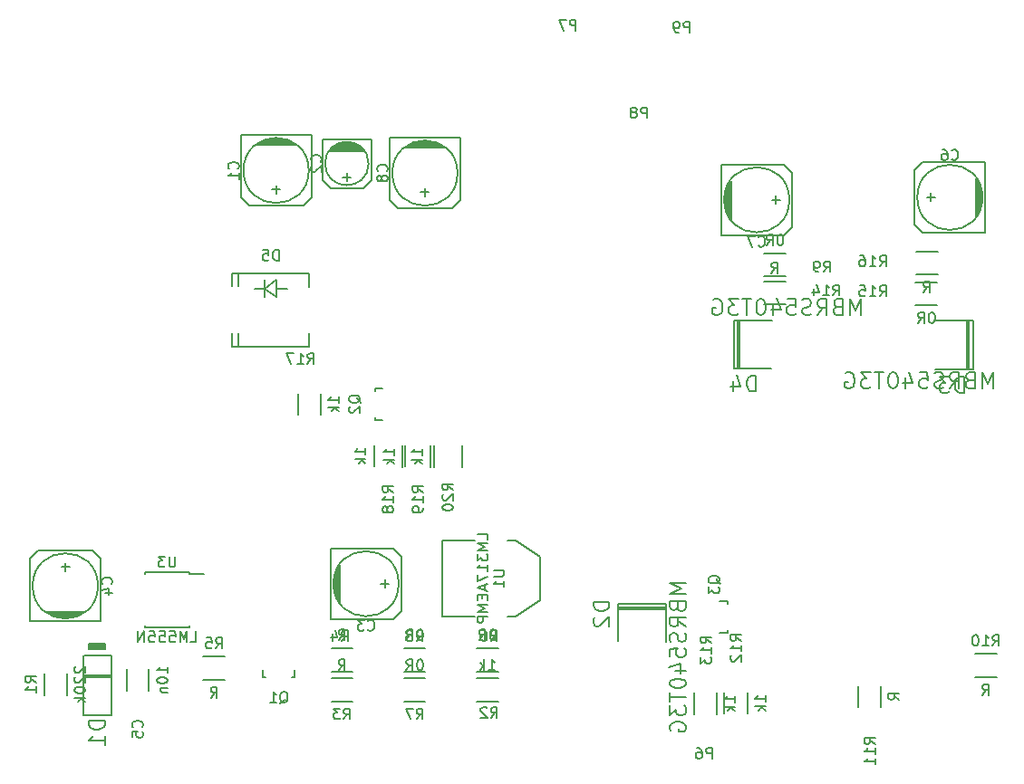
<source format=gbo>
G04 #@! TF.FileFunction,Legend,Bot*
%FSLAX46Y46*%
G04 Gerber Fmt 4.6, Leading zero omitted, Abs format (unit mm)*
G04 Created by KiCad (PCBNEW 4.0.1-stable) date 21.5.2016. 23:44:44*
%MOMM*%
G01*
G04 APERTURE LIST*
%ADD10C,0.100000*%
%ADD11C,0.150000*%
G04 APERTURE END LIST*
D10*
D11*
X101338000Y-70429000D02*
X102862000Y-70429000D01*
X103243000Y-70556000D02*
X100957000Y-70556000D01*
X100703000Y-70683000D02*
X103497000Y-70683000D01*
X103751000Y-70810000D02*
X100449000Y-70810000D01*
X100322000Y-70937000D02*
X103878000Y-70937000D01*
X105148000Y-73350000D02*
G75*
G03X105148000Y-73350000I-3048000J0D01*
G01*
X98798000Y-70048000D02*
X105402000Y-70048000D01*
X105402000Y-70048000D02*
X105402000Y-75890000D01*
X105402000Y-75890000D02*
X104640000Y-76652000D01*
X104640000Y-76652000D02*
X99560000Y-76652000D01*
X99560000Y-76652000D02*
X98798000Y-75890000D01*
X98798000Y-75890000D02*
X98798000Y-70048000D01*
X102100000Y-75509000D02*
X102100000Y-74747000D01*
X101719000Y-75128000D02*
X102481000Y-75128000D01*
X108700000Y-74351000D02*
X108700000Y-73589000D01*
X108319000Y-73970000D02*
X109081000Y-73970000D01*
X110986000Y-74224000D02*
X110986000Y-70414000D01*
X107176000Y-74986000D02*
X110224000Y-74986000D01*
X110986000Y-74224000D02*
X110224000Y-74986000D01*
X106414000Y-74224000D02*
X106414000Y-70414000D01*
X106414000Y-74224000D02*
X107176000Y-74986000D01*
X108827000Y-70668000D02*
X108573000Y-70668000D01*
X108065000Y-70795000D02*
X109335000Y-70795000D01*
X109589000Y-70922000D02*
X107811000Y-70922000D01*
X109843000Y-71049000D02*
X107557000Y-71049000D01*
X107430000Y-71176000D02*
X109970000Y-71176000D01*
X110097000Y-71303000D02*
X107303000Y-71303000D01*
X107176000Y-71430000D02*
X110224000Y-71430000D01*
X107049000Y-71557000D02*
X110351000Y-71557000D01*
X110732000Y-72700000D02*
G75*
G03X110732000Y-72700000I-2032000J0D01*
G01*
X106414000Y-70414000D02*
X110986000Y-70414000D01*
X107579000Y-112762000D02*
X107579000Y-111238000D01*
X107706000Y-110857000D02*
X107706000Y-113143000D01*
X107833000Y-113397000D02*
X107833000Y-110603000D01*
X107960000Y-110349000D02*
X107960000Y-113651000D01*
X108087000Y-113778000D02*
X108087000Y-110222000D01*
X113548000Y-112000000D02*
G75*
G03X113548000Y-112000000I-3048000J0D01*
G01*
X107198000Y-115302000D02*
X107198000Y-108698000D01*
X107198000Y-108698000D02*
X113040000Y-108698000D01*
X113040000Y-108698000D02*
X113802000Y-109460000D01*
X113802000Y-109460000D02*
X113802000Y-114540000D01*
X113802000Y-114540000D02*
X113040000Y-115302000D01*
X113040000Y-115302000D02*
X107198000Y-115302000D01*
X112659000Y-112000000D02*
X111897000Y-112000000D01*
X112278000Y-112381000D02*
X112278000Y-111619000D01*
X83162000Y-115121000D02*
X81638000Y-115121000D01*
X81257000Y-114994000D02*
X83543000Y-114994000D01*
X83797000Y-114867000D02*
X81003000Y-114867000D01*
X80749000Y-114740000D02*
X84051000Y-114740000D01*
X84178000Y-114613000D02*
X80622000Y-114613000D01*
X85448000Y-112200000D02*
G75*
G03X85448000Y-112200000I-3048000J0D01*
G01*
X85702000Y-115502000D02*
X79098000Y-115502000D01*
X79098000Y-115502000D02*
X79098000Y-109660000D01*
X79098000Y-109660000D02*
X79860000Y-108898000D01*
X79860000Y-108898000D02*
X84940000Y-108898000D01*
X84940000Y-108898000D02*
X85702000Y-109660000D01*
X85702000Y-109660000D02*
X85702000Y-115502000D01*
X82400000Y-110041000D02*
X82400000Y-110803000D01*
X82781000Y-110422000D02*
X82019000Y-110422000D01*
X88175000Y-122000000D02*
X88175000Y-120000000D01*
X90225000Y-120000000D02*
X90225000Y-122000000D01*
X167968770Y-75106142D02*
X167968770Y-76630142D01*
X167841770Y-77011142D02*
X167841770Y-74725142D01*
X167714770Y-74471142D02*
X167714770Y-77265142D01*
X167587770Y-77519142D02*
X167587770Y-74217142D01*
X167460770Y-74090142D02*
X167460770Y-77646142D01*
X168095770Y-75868142D02*
G75*
G03X168095770Y-75868142I-3048000J0D01*
G01*
X168349770Y-72566142D02*
X168349770Y-79170142D01*
X168349770Y-79170142D02*
X162507770Y-79170142D01*
X162507770Y-79170142D02*
X161745770Y-78408142D01*
X161745770Y-78408142D02*
X161745770Y-73328142D01*
X161745770Y-73328142D02*
X162507770Y-72566142D01*
X162507770Y-72566142D02*
X168349770Y-72566142D01*
X162888770Y-75868142D02*
X163650770Y-75868142D01*
X163269770Y-75487142D02*
X163269770Y-76249142D01*
X144079000Y-76862000D02*
X144079000Y-75338000D01*
X144206000Y-74957000D02*
X144206000Y-77243000D01*
X144333000Y-77497000D02*
X144333000Y-74703000D01*
X144460000Y-74449000D02*
X144460000Y-77751000D01*
X144587000Y-77878000D02*
X144587000Y-74322000D01*
X150048000Y-76100000D02*
G75*
G03X150048000Y-76100000I-3048000J0D01*
G01*
X143698000Y-79402000D02*
X143698000Y-72798000D01*
X143698000Y-72798000D02*
X149540000Y-72798000D01*
X149540000Y-72798000D02*
X150302000Y-73560000D01*
X150302000Y-73560000D02*
X150302000Y-78640000D01*
X150302000Y-78640000D02*
X149540000Y-79402000D01*
X149540000Y-79402000D02*
X143698000Y-79402000D01*
X149159000Y-76100000D02*
X148397000Y-76100000D01*
X148778000Y-76481000D02*
X148778000Y-75719000D01*
X115238000Y-70679000D02*
X116762000Y-70679000D01*
X117143000Y-70806000D02*
X114857000Y-70806000D01*
X114603000Y-70933000D02*
X117397000Y-70933000D01*
X117651000Y-71060000D02*
X114349000Y-71060000D01*
X114222000Y-71187000D02*
X117778000Y-71187000D01*
X119048000Y-73600000D02*
G75*
G03X119048000Y-73600000I-3048000J0D01*
G01*
X112698000Y-70298000D02*
X119302000Y-70298000D01*
X119302000Y-70298000D02*
X119302000Y-76140000D01*
X119302000Y-76140000D02*
X118540000Y-76902000D01*
X118540000Y-76902000D02*
X113460000Y-76902000D01*
X113460000Y-76902000D02*
X112698000Y-76140000D01*
X112698000Y-76140000D02*
X112698000Y-70298000D01*
X116000000Y-75759000D02*
X116000000Y-74997000D01*
X115619000Y-75378000D02*
X116381000Y-75378000D01*
X84600000Y-117600000D02*
X86100000Y-117600000D01*
X86100000Y-117600000D02*
X86100000Y-118100000D01*
X86100000Y-118100000D02*
X84600000Y-118100000D01*
X84600000Y-118100000D02*
X84600000Y-117700000D01*
X84600000Y-117700000D02*
X86100000Y-117700000D01*
X86100000Y-117700000D02*
X86100000Y-117800000D01*
X86100000Y-117800000D02*
X84600000Y-117800000D01*
X84600000Y-117800000D02*
X84600000Y-117900000D01*
X84600000Y-117900000D02*
X86100000Y-117900000D01*
X86100000Y-117900000D02*
X86100000Y-118000000D01*
X86100000Y-118000000D02*
X84600000Y-118000000D01*
X84100000Y-120600000D02*
X86700000Y-120600000D01*
X86700000Y-120600000D02*
X86700000Y-120700000D01*
X86700000Y-120700000D02*
X84100000Y-120700000D01*
X84200000Y-118700000D02*
X86700000Y-118700000D01*
X86700000Y-118700000D02*
X86700000Y-124300000D01*
X86700000Y-124300000D02*
X84100000Y-124300000D01*
X84100000Y-124300000D02*
X84100000Y-118700000D01*
X138500000Y-114400000D02*
X134100000Y-114400000D01*
X134050000Y-114250000D02*
X138500000Y-114250000D01*
X138550000Y-117400000D02*
X138550000Y-113850000D01*
X138550000Y-113850000D02*
X134050000Y-113850000D01*
X134050000Y-113850000D02*
X134050000Y-117350000D01*
X166647770Y-91868142D02*
X166647770Y-87468142D01*
X166797770Y-87418142D02*
X166797770Y-91868142D01*
X163647770Y-91918142D02*
X167197770Y-91918142D01*
X167197770Y-91918142D02*
X167197770Y-87418142D01*
X167197770Y-87418142D02*
X163697770Y-87418142D01*
X145400000Y-87400000D02*
X145400000Y-91800000D01*
X145250000Y-91850000D02*
X145250000Y-87400000D01*
X148400000Y-87350000D02*
X144850000Y-87350000D01*
X144850000Y-87350000D02*
X144850000Y-91850000D01*
X144850000Y-91850000D02*
X148350000Y-91850000D01*
X101000560Y-84401020D02*
X100098860Y-84401020D01*
X102151180Y-84401020D02*
X103149400Y-84401020D01*
X98549460Y-89801060D02*
X98549460Y-88599640D01*
X98549460Y-82998940D02*
X98549460Y-84200360D01*
X98000820Y-89801060D02*
X98000820Y-88599640D01*
X98000820Y-82998940D02*
X98000820Y-84200360D01*
X105199180Y-89801060D02*
X105199180Y-88548840D01*
X105199180Y-82998940D02*
X105199180Y-84251160D01*
X101000560Y-83600920D02*
X101000560Y-85201120D01*
X102151180Y-85150320D02*
X102151180Y-83600920D01*
X101000560Y-84401020D02*
X102151180Y-85150320D01*
X101000560Y-84401020D02*
X102151180Y-83600920D01*
X105199180Y-89801060D02*
X98000820Y-89801060D01*
X105199180Y-82998940D02*
X98000820Y-82998940D01*
X103649160Y-120751000D02*
X103600900Y-120751000D01*
X100850180Y-120049960D02*
X100850180Y-120751000D01*
X100850180Y-120751000D02*
X101099100Y-120751000D01*
X103649160Y-120751000D02*
X103849820Y-120751000D01*
X103849820Y-120751000D02*
X103849820Y-120049960D01*
X111349760Y-96499160D02*
X111349760Y-96450900D01*
X112050800Y-93700180D02*
X111349760Y-93700180D01*
X111349760Y-93700180D02*
X111349760Y-93949100D01*
X111349760Y-96499160D02*
X111349760Y-96699820D01*
X111349760Y-96699820D02*
X112050800Y-96699820D01*
X144250240Y-113800840D02*
X144250240Y-113849100D01*
X143549200Y-116599820D02*
X144250240Y-116599820D01*
X144250240Y-116599820D02*
X144250240Y-116350900D01*
X144250240Y-113800840D02*
X144250240Y-113600180D01*
X144250240Y-113600180D02*
X143549200Y-113600180D01*
X82575000Y-122400000D02*
X82575000Y-120400000D01*
X80425000Y-120400000D02*
X80425000Y-122400000D01*
X122848325Y-120849125D02*
X120848325Y-120849125D01*
X120848325Y-122999125D02*
X122848325Y-122999125D01*
X109248325Y-120849125D02*
X107248325Y-120849125D01*
X107248325Y-122999125D02*
X109248325Y-122999125D01*
X109248325Y-118049125D02*
X107248325Y-118049125D01*
X107248325Y-120199125D02*
X109248325Y-120199125D01*
X95300000Y-120975000D02*
X97300000Y-120975000D01*
X97300000Y-118825000D02*
X95300000Y-118825000D01*
X122848325Y-118049125D02*
X120848325Y-118049125D01*
X120848325Y-120199125D02*
X122848325Y-120199125D01*
X116048325Y-120849125D02*
X114048325Y-120849125D01*
X114048325Y-122999125D02*
X116048325Y-122999125D01*
X116048325Y-118049125D02*
X114048325Y-118049125D01*
X114048325Y-120199125D02*
X116048325Y-120199125D01*
X149700000Y-81125000D02*
X147700000Y-81125000D01*
X147700000Y-83275000D02*
X149700000Y-83275000D01*
X167400000Y-120725000D02*
X169400000Y-120725000D01*
X169400000Y-118575000D02*
X167400000Y-118575000D01*
X158625000Y-123550000D02*
X158625000Y-121550000D01*
X156475000Y-121550000D02*
X156475000Y-123550000D01*
X146125000Y-124150000D02*
X146125000Y-122150000D01*
X143975000Y-122150000D02*
X143975000Y-124150000D01*
X143275000Y-124200000D02*
X143275000Y-122200000D01*
X141125000Y-122200000D02*
X141125000Y-124200000D01*
X149700000Y-83725000D02*
X147700000Y-83725000D01*
X147700000Y-85875000D02*
X149700000Y-85875000D01*
X161847770Y-85943142D02*
X163847770Y-85943142D01*
X163847770Y-83793142D02*
X161847770Y-83793142D01*
X161892769Y-83056612D02*
X163892769Y-83056612D01*
X163892769Y-80906612D02*
X161892769Y-80906612D01*
X106275000Y-96200000D02*
X106275000Y-94200000D01*
X104125000Y-94200000D02*
X104125000Y-96200000D01*
X93975000Y-110925000D02*
X93975000Y-111070000D01*
X89825000Y-110925000D02*
X89825000Y-111070000D01*
X89825000Y-116075000D02*
X89825000Y-115930000D01*
X93975000Y-116075000D02*
X93975000Y-115930000D01*
X93975000Y-110925000D02*
X89825000Y-110925000D01*
X93975000Y-116075000D02*
X89825000Y-116075000D01*
X93975000Y-111070000D02*
X95375000Y-111070000D01*
X111226030Y-99036499D02*
X111226030Y-101036499D01*
X114176030Y-101036499D02*
X114176030Y-99036499D01*
X113909500Y-99091500D02*
X113909500Y-101091500D01*
X116859500Y-101091500D02*
X116859500Y-99091500D01*
X116509500Y-99091500D02*
X116509500Y-101091500D01*
X119459500Y-101091500D02*
X119459500Y-99091500D01*
X120676000Y-115056000D02*
X117628000Y-115056000D01*
X117628000Y-115056000D02*
X117628000Y-107944000D01*
X117628000Y-107944000D02*
X120676000Y-107944000D01*
X123724000Y-115056000D02*
X124486000Y-115056000D01*
X124486000Y-115056000D02*
X126772000Y-113532000D01*
X126772000Y-113532000D02*
X126772000Y-109468000D01*
X126772000Y-109468000D02*
X124486000Y-107944000D01*
X124486000Y-107944000D02*
X123724000Y-107944000D01*
X98520143Y-73183334D02*
X98567762Y-73135715D01*
X98615381Y-72992858D01*
X98615381Y-72897620D01*
X98567762Y-72754762D01*
X98472524Y-72659524D01*
X98377286Y-72611905D01*
X98186810Y-72564286D01*
X98043952Y-72564286D01*
X97853476Y-72611905D01*
X97758238Y-72659524D01*
X97663000Y-72754762D01*
X97615381Y-72897620D01*
X97615381Y-72992858D01*
X97663000Y-73135715D01*
X97710619Y-73183334D01*
X98615381Y-74135715D02*
X98615381Y-73564286D01*
X98615381Y-73850000D02*
X97615381Y-73850000D01*
X97758238Y-73754762D01*
X97853476Y-73659524D01*
X97901095Y-73564286D01*
X106263143Y-72533334D02*
X106310762Y-72485715D01*
X106358381Y-72342858D01*
X106358381Y-72247620D01*
X106310762Y-72104762D01*
X106215524Y-72009524D01*
X106120286Y-71961905D01*
X105929810Y-71914286D01*
X105786952Y-71914286D01*
X105596476Y-71961905D01*
X105501238Y-72009524D01*
X105406000Y-72104762D01*
X105358381Y-72247620D01*
X105358381Y-72342858D01*
X105406000Y-72485715D01*
X105453619Y-72533334D01*
X105453619Y-72914286D02*
X105406000Y-72961905D01*
X105358381Y-73057143D01*
X105358381Y-73295239D01*
X105406000Y-73390477D01*
X105453619Y-73438096D01*
X105548857Y-73485715D01*
X105644095Y-73485715D01*
X105786952Y-73438096D01*
X106358381Y-72866667D01*
X106358381Y-73485715D01*
X110666666Y-116294143D02*
X110714285Y-116341762D01*
X110857142Y-116389381D01*
X110952380Y-116389381D01*
X111095238Y-116341762D01*
X111190476Y-116246524D01*
X111238095Y-116151286D01*
X111285714Y-115960810D01*
X111285714Y-115817952D01*
X111238095Y-115627476D01*
X111190476Y-115532238D01*
X111095238Y-115437000D01*
X110952380Y-115389381D01*
X110857142Y-115389381D01*
X110714285Y-115437000D01*
X110666666Y-115484619D01*
X110333333Y-115389381D02*
X109714285Y-115389381D01*
X110047619Y-115770333D01*
X109904761Y-115770333D01*
X109809523Y-115817952D01*
X109761904Y-115865571D01*
X109714285Y-115960810D01*
X109714285Y-116198905D01*
X109761904Y-116294143D01*
X109809523Y-116341762D01*
X109904761Y-116389381D01*
X110190476Y-116389381D01*
X110285714Y-116341762D01*
X110333333Y-116294143D01*
X86694143Y-112033334D02*
X86741762Y-111985715D01*
X86789381Y-111842858D01*
X86789381Y-111747620D01*
X86741762Y-111604762D01*
X86646524Y-111509524D01*
X86551286Y-111461905D01*
X86360810Y-111414286D01*
X86217952Y-111414286D01*
X86027476Y-111461905D01*
X85932238Y-111509524D01*
X85837000Y-111604762D01*
X85789381Y-111747620D01*
X85789381Y-111842858D01*
X85837000Y-111985715D01*
X85884619Y-112033334D01*
X86122714Y-112890477D02*
X86789381Y-112890477D01*
X85741762Y-112652381D02*
X86456048Y-112414286D01*
X86456048Y-113033334D01*
X89557143Y-125433334D02*
X89604762Y-125385715D01*
X89652381Y-125242858D01*
X89652381Y-125147620D01*
X89604762Y-125004762D01*
X89509524Y-124909524D01*
X89414286Y-124861905D01*
X89223810Y-124814286D01*
X89080952Y-124814286D01*
X88890476Y-124861905D01*
X88795238Y-124909524D01*
X88700000Y-125004762D01*
X88652381Y-125147620D01*
X88652381Y-125242858D01*
X88700000Y-125385715D01*
X88747619Y-125433334D01*
X88652381Y-126338096D02*
X88652381Y-125861905D01*
X89128571Y-125814286D01*
X89080952Y-125861905D01*
X89033333Y-125957143D01*
X89033333Y-126195239D01*
X89080952Y-126290477D01*
X89128571Y-126338096D01*
X89223810Y-126385715D01*
X89461905Y-126385715D01*
X89557143Y-126338096D01*
X89604762Y-126290477D01*
X89652381Y-126195239D01*
X89652381Y-125957143D01*
X89604762Y-125861905D01*
X89557143Y-125814286D01*
X91952381Y-120357143D02*
X91952381Y-119785714D01*
X91952381Y-120071428D02*
X90952381Y-120071428D01*
X91095238Y-119976190D01*
X91190476Y-119880952D01*
X91238095Y-119785714D01*
X90952381Y-120976190D02*
X90952381Y-121071429D01*
X91000000Y-121166667D01*
X91047619Y-121214286D01*
X91142857Y-121261905D01*
X91333333Y-121309524D01*
X91571429Y-121309524D01*
X91761905Y-121261905D01*
X91857143Y-121214286D01*
X91904762Y-121166667D01*
X91952381Y-121071429D01*
X91952381Y-120976190D01*
X91904762Y-120880952D01*
X91857143Y-120833333D01*
X91761905Y-120785714D01*
X91571429Y-120738095D01*
X91333333Y-120738095D01*
X91142857Y-120785714D01*
X91047619Y-120833333D01*
X91000000Y-120880952D01*
X90952381Y-120976190D01*
X91285714Y-121738095D02*
X91952381Y-121738095D01*
X91380952Y-121738095D02*
X91333333Y-121785714D01*
X91285714Y-121880952D01*
X91285714Y-122023810D01*
X91333333Y-122119048D01*
X91428571Y-122166667D01*
X91952381Y-122166667D01*
X165214436Y-72288285D02*
X165262055Y-72335904D01*
X165404912Y-72383523D01*
X165500150Y-72383523D01*
X165643008Y-72335904D01*
X165738246Y-72240666D01*
X165785865Y-72145428D01*
X165833484Y-71954952D01*
X165833484Y-71812094D01*
X165785865Y-71621618D01*
X165738246Y-71526380D01*
X165643008Y-71431142D01*
X165500150Y-71383523D01*
X165404912Y-71383523D01*
X165262055Y-71431142D01*
X165214436Y-71478761D01*
X164357293Y-71383523D02*
X164547770Y-71383523D01*
X164643008Y-71431142D01*
X164690627Y-71478761D01*
X164785865Y-71621618D01*
X164833484Y-71812094D01*
X164833484Y-72193047D01*
X164785865Y-72288285D01*
X164738246Y-72335904D01*
X164643008Y-72383523D01*
X164452531Y-72383523D01*
X164357293Y-72335904D01*
X164309674Y-72288285D01*
X164262055Y-72193047D01*
X164262055Y-71954952D01*
X164309674Y-71859713D01*
X164357293Y-71812094D01*
X164452531Y-71764475D01*
X164643008Y-71764475D01*
X164738246Y-71812094D01*
X164785865Y-71859713D01*
X164833484Y-71954952D01*
X147166666Y-80394143D02*
X147214285Y-80441762D01*
X147357142Y-80489381D01*
X147452380Y-80489381D01*
X147595238Y-80441762D01*
X147690476Y-80346524D01*
X147738095Y-80251286D01*
X147785714Y-80060810D01*
X147785714Y-79917952D01*
X147738095Y-79727476D01*
X147690476Y-79632238D01*
X147595238Y-79537000D01*
X147452380Y-79489381D01*
X147357142Y-79489381D01*
X147214285Y-79537000D01*
X147166666Y-79584619D01*
X146833333Y-79489381D02*
X146166666Y-79489381D01*
X146595238Y-80489381D01*
X112420143Y-73433334D02*
X112467762Y-73385715D01*
X112515381Y-73242858D01*
X112515381Y-73147620D01*
X112467762Y-73004762D01*
X112372524Y-72909524D01*
X112277286Y-72861905D01*
X112086810Y-72814286D01*
X111943952Y-72814286D01*
X111753476Y-72861905D01*
X111658238Y-72909524D01*
X111563000Y-73004762D01*
X111515381Y-73147620D01*
X111515381Y-73242858D01*
X111563000Y-73385715D01*
X111610619Y-73433334D01*
X111943952Y-74004762D02*
X111896333Y-73909524D01*
X111848714Y-73861905D01*
X111753476Y-73814286D01*
X111705857Y-73814286D01*
X111610619Y-73861905D01*
X111563000Y-73909524D01*
X111515381Y-74004762D01*
X111515381Y-74195239D01*
X111563000Y-74290477D01*
X111610619Y-74338096D01*
X111705857Y-74385715D01*
X111753476Y-74385715D01*
X111848714Y-74338096D01*
X111896333Y-74290477D01*
X111943952Y-74195239D01*
X111943952Y-74004762D01*
X111991571Y-73909524D01*
X112039190Y-73861905D01*
X112134429Y-73814286D01*
X112324905Y-73814286D01*
X112420143Y-73861905D01*
X112467762Y-73909524D01*
X112515381Y-74004762D01*
X112515381Y-74195239D01*
X112467762Y-74290477D01*
X112420143Y-74338096D01*
X112324905Y-74385715D01*
X112134429Y-74385715D01*
X112039190Y-74338096D01*
X111991571Y-74290477D01*
X111943952Y-74195239D01*
X86078571Y-124792858D02*
X84578571Y-124792858D01*
X84578571Y-125150001D01*
X84650000Y-125364286D01*
X84792857Y-125507144D01*
X84935714Y-125578572D01*
X85221429Y-125650001D01*
X85435714Y-125650001D01*
X85721429Y-125578572D01*
X85864286Y-125507144D01*
X86007143Y-125364286D01*
X86078571Y-125150001D01*
X86078571Y-124792858D01*
X86078571Y-127078572D02*
X86078571Y-126221429D01*
X86078571Y-126650001D02*
X84578571Y-126650001D01*
X84792857Y-126507144D01*
X84935714Y-126364286D01*
X85007143Y-126221429D01*
X133228571Y-113692858D02*
X131728571Y-113692858D01*
X131728571Y-114050001D01*
X131800000Y-114264286D01*
X131942857Y-114407144D01*
X132085714Y-114478572D01*
X132371429Y-114550001D01*
X132585714Y-114550001D01*
X132871429Y-114478572D01*
X133014286Y-114407144D01*
X133157143Y-114264286D01*
X133228571Y-114050001D01*
X133228571Y-113692858D01*
X131871429Y-115121429D02*
X131800000Y-115192858D01*
X131728571Y-115335715D01*
X131728571Y-115692858D01*
X131800000Y-115835715D01*
X131871429Y-115907144D01*
X132014286Y-115978572D01*
X132157143Y-115978572D01*
X132371429Y-115907144D01*
X133228571Y-115050001D01*
X133228571Y-115978572D01*
X140378571Y-111957144D02*
X138878571Y-111957144D01*
X139950000Y-112457144D01*
X138878571Y-112957144D01*
X140378571Y-112957144D01*
X139592857Y-114171430D02*
X139664286Y-114385716D01*
X139735714Y-114457144D01*
X139878571Y-114528573D01*
X140092857Y-114528573D01*
X140235714Y-114457144D01*
X140307143Y-114385716D01*
X140378571Y-114242858D01*
X140378571Y-113671430D01*
X138878571Y-113671430D01*
X138878571Y-114171430D01*
X138950000Y-114314287D01*
X139021429Y-114385716D01*
X139164286Y-114457144D01*
X139307143Y-114457144D01*
X139450000Y-114385716D01*
X139521429Y-114314287D01*
X139592857Y-114171430D01*
X139592857Y-113671430D01*
X140378571Y-116028573D02*
X139664286Y-115528573D01*
X140378571Y-115171430D02*
X138878571Y-115171430D01*
X138878571Y-115742858D01*
X138950000Y-115885716D01*
X139021429Y-115957144D01*
X139164286Y-116028573D01*
X139378571Y-116028573D01*
X139521429Y-115957144D01*
X139592857Y-115885716D01*
X139664286Y-115742858D01*
X139664286Y-115171430D01*
X140307143Y-116600001D02*
X140378571Y-116814287D01*
X140378571Y-117171430D01*
X140307143Y-117314287D01*
X140235714Y-117385716D01*
X140092857Y-117457144D01*
X139950000Y-117457144D01*
X139807143Y-117385716D01*
X139735714Y-117314287D01*
X139664286Y-117171430D01*
X139592857Y-116885716D01*
X139521429Y-116742858D01*
X139450000Y-116671430D01*
X139307143Y-116600001D01*
X139164286Y-116600001D01*
X139021429Y-116671430D01*
X138950000Y-116742858D01*
X138878571Y-116885716D01*
X138878571Y-117242858D01*
X138950000Y-117457144D01*
X138878571Y-118814287D02*
X138878571Y-118100001D01*
X139592857Y-118028572D01*
X139521429Y-118100001D01*
X139450000Y-118242858D01*
X139450000Y-118600001D01*
X139521429Y-118742858D01*
X139592857Y-118814287D01*
X139735714Y-118885715D01*
X140092857Y-118885715D01*
X140235714Y-118814287D01*
X140307143Y-118742858D01*
X140378571Y-118600001D01*
X140378571Y-118242858D01*
X140307143Y-118100001D01*
X140235714Y-118028572D01*
X139378571Y-120171429D02*
X140378571Y-120171429D01*
X138807143Y-119814286D02*
X139878571Y-119457143D01*
X139878571Y-120385715D01*
X138878571Y-121242857D02*
X138878571Y-121385714D01*
X138950000Y-121528571D01*
X139021429Y-121600000D01*
X139164286Y-121671429D01*
X139450000Y-121742857D01*
X139807143Y-121742857D01*
X140092857Y-121671429D01*
X140235714Y-121600000D01*
X140307143Y-121528571D01*
X140378571Y-121385714D01*
X140378571Y-121242857D01*
X140307143Y-121100000D01*
X140235714Y-121028571D01*
X140092857Y-120957143D01*
X139807143Y-120885714D01*
X139450000Y-120885714D01*
X139164286Y-120957143D01*
X139021429Y-121028571D01*
X138950000Y-121100000D01*
X138878571Y-121242857D01*
X138878571Y-122171428D02*
X138878571Y-123028571D01*
X140378571Y-122600000D02*
X138878571Y-122600000D01*
X138878571Y-123385714D02*
X138878571Y-124314285D01*
X139450000Y-123814285D01*
X139450000Y-124028571D01*
X139521429Y-124171428D01*
X139592857Y-124242857D01*
X139735714Y-124314285D01*
X140092857Y-124314285D01*
X140235714Y-124242857D01*
X140307143Y-124171428D01*
X140378571Y-124028571D01*
X140378571Y-123599999D01*
X140307143Y-123457142D01*
X140235714Y-123385714D01*
X138950000Y-125742856D02*
X138878571Y-125599999D01*
X138878571Y-125385713D01*
X138950000Y-125171428D01*
X139092857Y-125028570D01*
X139235714Y-124957142D01*
X139521429Y-124885713D01*
X139735714Y-124885713D01*
X140021429Y-124957142D01*
X140164286Y-125028570D01*
X140307143Y-125171428D01*
X140378571Y-125385713D01*
X140378571Y-125528570D01*
X140307143Y-125742856D01*
X140235714Y-125814285D01*
X139735714Y-125814285D01*
X139735714Y-125528570D01*
X166354912Y-94146713D02*
X166354912Y-92646713D01*
X165997769Y-92646713D01*
X165783484Y-92718142D01*
X165640626Y-92860999D01*
X165569198Y-93003856D01*
X165497769Y-93289571D01*
X165497769Y-93503856D01*
X165569198Y-93789571D01*
X165640626Y-93932428D01*
X165783484Y-94075285D01*
X165997769Y-94146713D01*
X166354912Y-94146713D01*
X164997769Y-92646713D02*
X164069198Y-92646713D01*
X164569198Y-93218142D01*
X164354912Y-93218142D01*
X164212055Y-93289571D01*
X164140626Y-93360999D01*
X164069198Y-93503856D01*
X164069198Y-93860999D01*
X164140626Y-94003856D01*
X164212055Y-94075285D01*
X164354912Y-94146713D01*
X164783484Y-94146713D01*
X164926341Y-94075285D01*
X164997769Y-94003856D01*
X169090626Y-93746713D02*
X169090626Y-92246713D01*
X168590626Y-93318142D01*
X168090626Y-92246713D01*
X168090626Y-93746713D01*
X166876340Y-92960999D02*
X166662054Y-93032428D01*
X166590626Y-93103856D01*
X166519197Y-93246713D01*
X166519197Y-93460999D01*
X166590626Y-93603856D01*
X166662054Y-93675285D01*
X166804912Y-93746713D01*
X167376340Y-93746713D01*
X167376340Y-92246713D01*
X166876340Y-92246713D01*
X166733483Y-92318142D01*
X166662054Y-92389571D01*
X166590626Y-92532428D01*
X166590626Y-92675285D01*
X166662054Y-92818142D01*
X166733483Y-92889571D01*
X166876340Y-92960999D01*
X167376340Y-92960999D01*
X165019197Y-93746713D02*
X165519197Y-93032428D01*
X165876340Y-93746713D02*
X165876340Y-92246713D01*
X165304912Y-92246713D01*
X165162054Y-92318142D01*
X165090626Y-92389571D01*
X165019197Y-92532428D01*
X165019197Y-92746713D01*
X165090626Y-92889571D01*
X165162054Y-92960999D01*
X165304912Y-93032428D01*
X165876340Y-93032428D01*
X164447769Y-93675285D02*
X164233483Y-93746713D01*
X163876340Y-93746713D01*
X163733483Y-93675285D01*
X163662054Y-93603856D01*
X163590626Y-93460999D01*
X163590626Y-93318142D01*
X163662054Y-93175285D01*
X163733483Y-93103856D01*
X163876340Y-93032428D01*
X164162054Y-92960999D01*
X164304912Y-92889571D01*
X164376340Y-92818142D01*
X164447769Y-92675285D01*
X164447769Y-92532428D01*
X164376340Y-92389571D01*
X164304912Y-92318142D01*
X164162054Y-92246713D01*
X163804912Y-92246713D01*
X163590626Y-92318142D01*
X162233483Y-92246713D02*
X162947769Y-92246713D01*
X163019198Y-92960999D01*
X162947769Y-92889571D01*
X162804912Y-92818142D01*
X162447769Y-92818142D01*
X162304912Y-92889571D01*
X162233483Y-92960999D01*
X162162055Y-93103856D01*
X162162055Y-93460999D01*
X162233483Y-93603856D01*
X162304912Y-93675285D01*
X162447769Y-93746713D01*
X162804912Y-93746713D01*
X162947769Y-93675285D01*
X163019198Y-93603856D01*
X160876341Y-92746713D02*
X160876341Y-93746713D01*
X161233484Y-92175285D02*
X161590627Y-93246713D01*
X160662055Y-93246713D01*
X159804913Y-92246713D02*
X159662056Y-92246713D01*
X159519199Y-92318142D01*
X159447770Y-92389571D01*
X159376341Y-92532428D01*
X159304913Y-92818142D01*
X159304913Y-93175285D01*
X159376341Y-93460999D01*
X159447770Y-93603856D01*
X159519199Y-93675285D01*
X159662056Y-93746713D01*
X159804913Y-93746713D01*
X159947770Y-93675285D01*
X160019199Y-93603856D01*
X160090627Y-93460999D01*
X160162056Y-93175285D01*
X160162056Y-92818142D01*
X160090627Y-92532428D01*
X160019199Y-92389571D01*
X159947770Y-92318142D01*
X159804913Y-92246713D01*
X158876342Y-92246713D02*
X158019199Y-92246713D01*
X158447770Y-93746713D02*
X158447770Y-92246713D01*
X157662056Y-92246713D02*
X156733485Y-92246713D01*
X157233485Y-92818142D01*
X157019199Y-92818142D01*
X156876342Y-92889571D01*
X156804913Y-92960999D01*
X156733485Y-93103856D01*
X156733485Y-93460999D01*
X156804913Y-93603856D01*
X156876342Y-93675285D01*
X157019199Y-93746713D01*
X157447771Y-93746713D01*
X157590628Y-93675285D01*
X157662056Y-93603856D01*
X155304914Y-92318142D02*
X155447771Y-92246713D01*
X155662057Y-92246713D01*
X155876342Y-92318142D01*
X156019200Y-92460999D01*
X156090628Y-92603856D01*
X156162057Y-92889571D01*
X156162057Y-93103856D01*
X156090628Y-93389571D01*
X156019200Y-93532428D01*
X155876342Y-93675285D01*
X155662057Y-93746713D01*
X155519200Y-93746713D01*
X155304914Y-93675285D01*
X155233485Y-93603856D01*
X155233485Y-93103856D01*
X155519200Y-93103856D01*
X146907142Y-94028571D02*
X146907142Y-92528571D01*
X146549999Y-92528571D01*
X146335714Y-92600000D01*
X146192856Y-92742857D01*
X146121428Y-92885714D01*
X146049999Y-93171429D01*
X146049999Y-93385714D01*
X146121428Y-93671429D01*
X146192856Y-93814286D01*
X146335714Y-93957143D01*
X146549999Y-94028571D01*
X146907142Y-94028571D01*
X144764285Y-93028571D02*
X144764285Y-94028571D01*
X145121428Y-92457143D02*
X145478571Y-93528571D01*
X144549999Y-93528571D01*
X156742856Y-86878571D02*
X156742856Y-85378571D01*
X156242856Y-86450000D01*
X155742856Y-85378571D01*
X155742856Y-86878571D01*
X154528570Y-86092857D02*
X154314284Y-86164286D01*
X154242856Y-86235714D01*
X154171427Y-86378571D01*
X154171427Y-86592857D01*
X154242856Y-86735714D01*
X154314284Y-86807143D01*
X154457142Y-86878571D01*
X155028570Y-86878571D01*
X155028570Y-85378571D01*
X154528570Y-85378571D01*
X154385713Y-85450000D01*
X154314284Y-85521429D01*
X154242856Y-85664286D01*
X154242856Y-85807143D01*
X154314284Y-85950000D01*
X154385713Y-86021429D01*
X154528570Y-86092857D01*
X155028570Y-86092857D01*
X152671427Y-86878571D02*
X153171427Y-86164286D01*
X153528570Y-86878571D02*
X153528570Y-85378571D01*
X152957142Y-85378571D01*
X152814284Y-85450000D01*
X152742856Y-85521429D01*
X152671427Y-85664286D01*
X152671427Y-85878571D01*
X152742856Y-86021429D01*
X152814284Y-86092857D01*
X152957142Y-86164286D01*
X153528570Y-86164286D01*
X152099999Y-86807143D02*
X151885713Y-86878571D01*
X151528570Y-86878571D01*
X151385713Y-86807143D01*
X151314284Y-86735714D01*
X151242856Y-86592857D01*
X151242856Y-86450000D01*
X151314284Y-86307143D01*
X151385713Y-86235714D01*
X151528570Y-86164286D01*
X151814284Y-86092857D01*
X151957142Y-86021429D01*
X152028570Y-85950000D01*
X152099999Y-85807143D01*
X152099999Y-85664286D01*
X152028570Y-85521429D01*
X151957142Y-85450000D01*
X151814284Y-85378571D01*
X151457142Y-85378571D01*
X151242856Y-85450000D01*
X149885713Y-85378571D02*
X150599999Y-85378571D01*
X150671428Y-86092857D01*
X150599999Y-86021429D01*
X150457142Y-85950000D01*
X150099999Y-85950000D01*
X149957142Y-86021429D01*
X149885713Y-86092857D01*
X149814285Y-86235714D01*
X149814285Y-86592857D01*
X149885713Y-86735714D01*
X149957142Y-86807143D01*
X150099999Y-86878571D01*
X150457142Y-86878571D01*
X150599999Y-86807143D01*
X150671428Y-86735714D01*
X148528571Y-85878571D02*
X148528571Y-86878571D01*
X148885714Y-85307143D02*
X149242857Y-86378571D01*
X148314285Y-86378571D01*
X147457143Y-85378571D02*
X147314286Y-85378571D01*
X147171429Y-85450000D01*
X147100000Y-85521429D01*
X147028571Y-85664286D01*
X146957143Y-85950000D01*
X146957143Y-86307143D01*
X147028571Y-86592857D01*
X147100000Y-86735714D01*
X147171429Y-86807143D01*
X147314286Y-86878571D01*
X147457143Y-86878571D01*
X147600000Y-86807143D01*
X147671429Y-86735714D01*
X147742857Y-86592857D01*
X147814286Y-86307143D01*
X147814286Y-85950000D01*
X147742857Y-85664286D01*
X147671429Y-85521429D01*
X147600000Y-85450000D01*
X147457143Y-85378571D01*
X146528572Y-85378571D02*
X145671429Y-85378571D01*
X146100000Y-86878571D02*
X146100000Y-85378571D01*
X145314286Y-85378571D02*
X144385715Y-85378571D01*
X144885715Y-85950000D01*
X144671429Y-85950000D01*
X144528572Y-86021429D01*
X144457143Y-86092857D01*
X144385715Y-86235714D01*
X144385715Y-86592857D01*
X144457143Y-86735714D01*
X144528572Y-86807143D01*
X144671429Y-86878571D01*
X145100001Y-86878571D01*
X145242858Y-86807143D01*
X145314286Y-86735714D01*
X142957144Y-85450000D02*
X143100001Y-85378571D01*
X143314287Y-85378571D01*
X143528572Y-85450000D01*
X143671430Y-85592857D01*
X143742858Y-85735714D01*
X143814287Y-86021429D01*
X143814287Y-86235714D01*
X143742858Y-86521429D01*
X143671430Y-86664286D01*
X143528572Y-86807143D01*
X143314287Y-86878571D01*
X143171430Y-86878571D01*
X142957144Y-86807143D01*
X142885715Y-86735714D01*
X142885715Y-86235714D01*
X143171430Y-86235714D01*
X102338095Y-81772381D02*
X102338095Y-80772381D01*
X102100000Y-80772381D01*
X101957142Y-80820000D01*
X101861904Y-80915238D01*
X101814285Y-81010476D01*
X101766666Y-81200952D01*
X101766666Y-81343810D01*
X101814285Y-81534286D01*
X101861904Y-81629524D01*
X101957142Y-81724762D01*
X102100000Y-81772381D01*
X102338095Y-81772381D01*
X100861904Y-80772381D02*
X101338095Y-80772381D01*
X101385714Y-81248571D01*
X101338095Y-81200952D01*
X101242857Y-81153333D01*
X101004761Y-81153333D01*
X100909523Y-81200952D01*
X100861904Y-81248571D01*
X100814285Y-81343810D01*
X100814285Y-81581905D01*
X100861904Y-81677143D01*
X100909523Y-81724762D01*
X101004761Y-81772381D01*
X101242857Y-81772381D01*
X101338095Y-81724762D01*
X101385714Y-81677143D01*
X142838095Y-128352381D02*
X142838095Y-127352381D01*
X142457142Y-127352381D01*
X142361904Y-127400000D01*
X142314285Y-127447619D01*
X142266666Y-127542857D01*
X142266666Y-127685714D01*
X142314285Y-127780952D01*
X142361904Y-127828571D01*
X142457142Y-127876190D01*
X142838095Y-127876190D01*
X141409523Y-127352381D02*
X141600000Y-127352381D01*
X141695238Y-127400000D01*
X141742857Y-127447619D01*
X141838095Y-127590476D01*
X141885714Y-127780952D01*
X141885714Y-128161905D01*
X141838095Y-128257143D01*
X141790476Y-128304762D01*
X141695238Y-128352381D01*
X141504761Y-128352381D01*
X141409523Y-128304762D01*
X141361904Y-128257143D01*
X141314285Y-128161905D01*
X141314285Y-127923810D01*
X141361904Y-127828571D01*
X141409523Y-127780952D01*
X141504761Y-127733333D01*
X141695238Y-127733333D01*
X141790476Y-127780952D01*
X141838095Y-127828571D01*
X141885714Y-127923810D01*
X130088095Y-60252381D02*
X130088095Y-59252381D01*
X129707142Y-59252381D01*
X129611904Y-59300000D01*
X129564285Y-59347619D01*
X129516666Y-59442857D01*
X129516666Y-59585714D01*
X129564285Y-59680952D01*
X129611904Y-59728571D01*
X129707142Y-59776190D01*
X130088095Y-59776190D01*
X129183333Y-59252381D02*
X128516666Y-59252381D01*
X128945238Y-60252381D01*
X136738095Y-68452381D02*
X136738095Y-67452381D01*
X136357142Y-67452381D01*
X136261904Y-67500000D01*
X136214285Y-67547619D01*
X136166666Y-67642857D01*
X136166666Y-67785714D01*
X136214285Y-67880952D01*
X136261904Y-67928571D01*
X136357142Y-67976190D01*
X136738095Y-67976190D01*
X135595238Y-67880952D02*
X135690476Y-67833333D01*
X135738095Y-67785714D01*
X135785714Y-67690476D01*
X135785714Y-67642857D01*
X135738095Y-67547619D01*
X135690476Y-67500000D01*
X135595238Y-67452381D01*
X135404761Y-67452381D01*
X135309523Y-67500000D01*
X135261904Y-67547619D01*
X135214285Y-67642857D01*
X135214285Y-67690476D01*
X135261904Y-67785714D01*
X135309523Y-67833333D01*
X135404761Y-67880952D01*
X135595238Y-67880952D01*
X135690476Y-67928571D01*
X135738095Y-67976190D01*
X135785714Y-68071429D01*
X135785714Y-68261905D01*
X135738095Y-68357143D01*
X135690476Y-68404762D01*
X135595238Y-68452381D01*
X135404761Y-68452381D01*
X135309523Y-68404762D01*
X135261904Y-68357143D01*
X135214285Y-68261905D01*
X135214285Y-68071429D01*
X135261904Y-67976190D01*
X135309523Y-67928571D01*
X135404761Y-67880952D01*
X140738095Y-60452381D02*
X140738095Y-59452381D01*
X140357142Y-59452381D01*
X140261904Y-59500000D01*
X140214285Y-59547619D01*
X140166666Y-59642857D01*
X140166666Y-59785714D01*
X140214285Y-59880952D01*
X140261904Y-59928571D01*
X140357142Y-59976190D01*
X140738095Y-59976190D01*
X139690476Y-60452381D02*
X139500000Y-60452381D01*
X139404761Y-60404762D01*
X139357142Y-60357143D01*
X139261904Y-60214286D01*
X139214285Y-60023810D01*
X139214285Y-59642857D01*
X139261904Y-59547619D01*
X139309523Y-59500000D01*
X139404761Y-59452381D01*
X139595238Y-59452381D01*
X139690476Y-59500000D01*
X139738095Y-59547619D01*
X139785714Y-59642857D01*
X139785714Y-59880952D01*
X139738095Y-59976190D01*
X139690476Y-60023810D01*
X139595238Y-60071429D01*
X139404761Y-60071429D01*
X139309523Y-60023810D01*
X139261904Y-59976190D01*
X139214285Y-59880952D01*
X102445238Y-123188379D02*
X102540476Y-123140760D01*
X102635714Y-123045522D01*
X102778571Y-122902665D01*
X102873810Y-122855046D01*
X102969048Y-122855046D01*
X102921429Y-123093141D02*
X103016667Y-123045522D01*
X103111905Y-122950284D01*
X103159524Y-122759808D01*
X103159524Y-122426474D01*
X103111905Y-122235998D01*
X103016667Y-122140760D01*
X102921429Y-122093141D01*
X102730952Y-122093141D01*
X102635714Y-122140760D01*
X102540476Y-122235998D01*
X102492857Y-122426474D01*
X102492857Y-122759808D01*
X102540476Y-122950284D01*
X102635714Y-123045522D01*
X102730952Y-123093141D01*
X102921429Y-123093141D01*
X101540476Y-123093141D02*
X102111905Y-123093141D01*
X101826191Y-123093141D02*
X101826191Y-122093141D01*
X101921429Y-122235998D01*
X102016667Y-122331236D01*
X102111905Y-122378855D01*
X110007619Y-95104762D02*
X109960000Y-95009524D01*
X109864762Y-94914286D01*
X109721905Y-94771429D01*
X109674286Y-94676190D01*
X109674286Y-94580952D01*
X109912381Y-94628571D02*
X109864762Y-94533333D01*
X109769524Y-94438095D01*
X109579048Y-94390476D01*
X109245714Y-94390476D01*
X109055238Y-94438095D01*
X108960000Y-94533333D01*
X108912381Y-94628571D01*
X108912381Y-94819048D01*
X108960000Y-94914286D01*
X109055238Y-95009524D01*
X109245714Y-95057143D01*
X109579048Y-95057143D01*
X109769524Y-95009524D01*
X109864762Y-94914286D01*
X109912381Y-94819048D01*
X109912381Y-94628571D01*
X109007619Y-95438095D02*
X108960000Y-95485714D01*
X108912381Y-95580952D01*
X108912381Y-95819048D01*
X108960000Y-95914286D01*
X109007619Y-95961905D01*
X109102857Y-96009524D01*
X109198095Y-96009524D01*
X109340952Y-95961905D01*
X109912381Y-95390476D01*
X109912381Y-96009524D01*
X143597619Y-112004762D02*
X143550000Y-111909524D01*
X143454762Y-111814286D01*
X143311905Y-111671429D01*
X143264286Y-111576190D01*
X143264286Y-111480952D01*
X143502381Y-111528571D02*
X143454762Y-111433333D01*
X143359524Y-111338095D01*
X143169048Y-111290476D01*
X142835714Y-111290476D01*
X142645238Y-111338095D01*
X142550000Y-111433333D01*
X142502381Y-111528571D01*
X142502381Y-111719048D01*
X142550000Y-111814286D01*
X142645238Y-111909524D01*
X142835714Y-111957143D01*
X143169048Y-111957143D01*
X143359524Y-111909524D01*
X143454762Y-111814286D01*
X143502381Y-111719048D01*
X143502381Y-111528571D01*
X142502381Y-112290476D02*
X142502381Y-112909524D01*
X142883333Y-112576190D01*
X142883333Y-112719048D01*
X142930952Y-112814286D01*
X142978571Y-112861905D01*
X143073810Y-112909524D01*
X143311905Y-112909524D01*
X143407143Y-112861905D01*
X143454762Y-112814286D01*
X143502381Y-112719048D01*
X143502381Y-112433333D01*
X143454762Y-112338095D01*
X143407143Y-112290476D01*
X79652381Y-121233334D02*
X79176190Y-120900000D01*
X79652381Y-120661905D02*
X78652381Y-120661905D01*
X78652381Y-121042858D01*
X78700000Y-121138096D01*
X78747619Y-121185715D01*
X78842857Y-121233334D01*
X78985714Y-121233334D01*
X79080952Y-121185715D01*
X79128571Y-121138096D01*
X79176190Y-121042858D01*
X79176190Y-120661905D01*
X79652381Y-122185715D02*
X79652381Y-121614286D01*
X79652381Y-121900000D02*
X78652381Y-121900000D01*
X78795238Y-121804762D01*
X78890476Y-121709524D01*
X78938095Y-121614286D01*
X83347619Y-119757143D02*
X83300000Y-119804762D01*
X83252381Y-119900000D01*
X83252381Y-120138096D01*
X83300000Y-120233334D01*
X83347619Y-120280953D01*
X83442857Y-120328572D01*
X83538095Y-120328572D01*
X83680952Y-120280953D01*
X84252381Y-119709524D01*
X84252381Y-120328572D01*
X83347619Y-120709524D02*
X83300000Y-120757143D01*
X83252381Y-120852381D01*
X83252381Y-121090477D01*
X83300000Y-121185715D01*
X83347619Y-121233334D01*
X83442857Y-121280953D01*
X83538095Y-121280953D01*
X83680952Y-121233334D01*
X84252381Y-120661905D01*
X84252381Y-121280953D01*
X83252381Y-121900000D02*
X83252381Y-121995239D01*
X83300000Y-122090477D01*
X83347619Y-122138096D01*
X83442857Y-122185715D01*
X83633333Y-122233334D01*
X83871429Y-122233334D01*
X84061905Y-122185715D01*
X84157143Y-122138096D01*
X84204762Y-122090477D01*
X84252381Y-121995239D01*
X84252381Y-121900000D01*
X84204762Y-121804762D01*
X84157143Y-121757143D01*
X84061905Y-121709524D01*
X83871429Y-121661905D01*
X83633333Y-121661905D01*
X83442857Y-121709524D01*
X83347619Y-121757143D01*
X83300000Y-121804762D01*
X83252381Y-121900000D01*
X84252381Y-122661905D02*
X83252381Y-122661905D01*
X83871429Y-122757143D02*
X84252381Y-123042858D01*
X83585714Y-123042858D02*
X83966667Y-122661905D01*
X122166666Y-124552381D02*
X122500000Y-124076190D01*
X122738095Y-124552381D02*
X122738095Y-123552381D01*
X122357142Y-123552381D01*
X122261904Y-123600000D01*
X122214285Y-123647619D01*
X122166666Y-123742857D01*
X122166666Y-123885714D01*
X122214285Y-123980952D01*
X122261904Y-124028571D01*
X122357142Y-124076190D01*
X122738095Y-124076190D01*
X121785714Y-123647619D02*
X121738095Y-123600000D01*
X121642857Y-123552381D01*
X121404761Y-123552381D01*
X121309523Y-123600000D01*
X121261904Y-123647619D01*
X121214285Y-123742857D01*
X121214285Y-123838095D01*
X121261904Y-123980952D01*
X121833333Y-124552381D01*
X121214285Y-124552381D01*
X121967372Y-120076506D02*
X122538801Y-120076506D01*
X122253087Y-120076506D02*
X122253087Y-119076506D01*
X122348325Y-119219363D01*
X122443563Y-119314601D01*
X122538801Y-119362220D01*
X121538801Y-120076506D02*
X121538801Y-119076506D01*
X121443563Y-119695554D02*
X121157848Y-120076506D01*
X121157848Y-119409839D02*
X121538801Y-119790792D01*
X108414991Y-124676506D02*
X108748325Y-124200315D01*
X108986420Y-124676506D02*
X108986420Y-123676506D01*
X108605467Y-123676506D01*
X108510229Y-123724125D01*
X108462610Y-123771744D01*
X108414991Y-123866982D01*
X108414991Y-124009839D01*
X108462610Y-124105077D01*
X108510229Y-124152696D01*
X108605467Y-124200315D01*
X108986420Y-124200315D01*
X108081658Y-123676506D02*
X107462610Y-123676506D01*
X107795944Y-124057458D01*
X107653086Y-124057458D01*
X107557848Y-124105077D01*
X107510229Y-124152696D01*
X107462610Y-124247935D01*
X107462610Y-124486030D01*
X107510229Y-124581268D01*
X107557848Y-124628887D01*
X107653086Y-124676506D01*
X107938801Y-124676506D01*
X108034039Y-124628887D01*
X108081658Y-124581268D01*
X107938801Y-120076506D02*
X108272135Y-119600315D01*
X108510230Y-120076506D02*
X108510230Y-119076506D01*
X108129277Y-119076506D01*
X108034039Y-119124125D01*
X107986420Y-119171744D01*
X107938801Y-119266982D01*
X107938801Y-119409839D01*
X107986420Y-119505077D01*
X108034039Y-119552696D01*
X108129277Y-119600315D01*
X108510230Y-119600315D01*
X108214991Y-117376506D02*
X108548325Y-116900315D01*
X108786420Y-117376506D02*
X108786420Y-116376506D01*
X108405467Y-116376506D01*
X108310229Y-116424125D01*
X108262610Y-116471744D01*
X108214991Y-116566982D01*
X108214991Y-116709839D01*
X108262610Y-116805077D01*
X108310229Y-116852696D01*
X108405467Y-116900315D01*
X108786420Y-116900315D01*
X107357848Y-116709839D02*
X107357848Y-117376506D01*
X107595944Y-116328887D02*
X107834039Y-117043173D01*
X107214991Y-117043173D01*
X107938801Y-117276506D02*
X108272135Y-116800315D01*
X108510230Y-117276506D02*
X108510230Y-116276506D01*
X108129277Y-116276506D01*
X108034039Y-116324125D01*
X107986420Y-116371744D01*
X107938801Y-116466982D01*
X107938801Y-116609839D01*
X107986420Y-116705077D01*
X108034039Y-116752696D01*
X108129277Y-116800315D01*
X108510230Y-116800315D01*
X96466666Y-118052381D02*
X96800000Y-117576190D01*
X97038095Y-118052381D02*
X97038095Y-117052381D01*
X96657142Y-117052381D01*
X96561904Y-117100000D01*
X96514285Y-117147619D01*
X96466666Y-117242857D01*
X96466666Y-117385714D01*
X96514285Y-117480952D01*
X96561904Y-117528571D01*
X96657142Y-117576190D01*
X97038095Y-117576190D01*
X95561904Y-117052381D02*
X96038095Y-117052381D01*
X96085714Y-117528571D01*
X96038095Y-117480952D01*
X95942857Y-117433333D01*
X95704761Y-117433333D01*
X95609523Y-117480952D01*
X95561904Y-117528571D01*
X95514285Y-117623810D01*
X95514285Y-117861905D01*
X95561904Y-117957143D01*
X95609523Y-118004762D01*
X95704761Y-118052381D01*
X95942857Y-118052381D01*
X96038095Y-118004762D01*
X96085714Y-117957143D01*
X95990476Y-122652381D02*
X96323810Y-122176190D01*
X96561905Y-122652381D02*
X96561905Y-121652381D01*
X96180952Y-121652381D01*
X96085714Y-121700000D01*
X96038095Y-121747619D01*
X95990476Y-121842857D01*
X95990476Y-121985714D01*
X96038095Y-122080952D01*
X96085714Y-122128571D01*
X96180952Y-122176190D01*
X96561905Y-122176190D01*
X122166666Y-117352381D02*
X122500000Y-116876190D01*
X122738095Y-117352381D02*
X122738095Y-116352381D01*
X122357142Y-116352381D01*
X122261904Y-116400000D01*
X122214285Y-116447619D01*
X122166666Y-116542857D01*
X122166666Y-116685714D01*
X122214285Y-116780952D01*
X122261904Y-116828571D01*
X122357142Y-116876190D01*
X122738095Y-116876190D01*
X121309523Y-116352381D02*
X121500000Y-116352381D01*
X121595238Y-116400000D01*
X121642857Y-116447619D01*
X121738095Y-116590476D01*
X121785714Y-116780952D01*
X121785714Y-117161905D01*
X121738095Y-117257143D01*
X121690476Y-117304762D01*
X121595238Y-117352381D01*
X121404761Y-117352381D01*
X121309523Y-117304762D01*
X121261904Y-117257143D01*
X121214285Y-117161905D01*
X121214285Y-116923810D01*
X121261904Y-116828571D01*
X121309523Y-116780952D01*
X121404761Y-116733333D01*
X121595238Y-116733333D01*
X121690476Y-116780952D01*
X121738095Y-116828571D01*
X121785714Y-116923810D01*
X122395944Y-116276506D02*
X122300705Y-116276506D01*
X122205467Y-116324125D01*
X122157848Y-116371744D01*
X122110229Y-116466982D01*
X122062610Y-116657458D01*
X122062610Y-116895554D01*
X122110229Y-117086030D01*
X122157848Y-117181268D01*
X122205467Y-117228887D01*
X122300705Y-117276506D01*
X122395944Y-117276506D01*
X122491182Y-117228887D01*
X122538801Y-117181268D01*
X122586420Y-117086030D01*
X122634039Y-116895554D01*
X122634039Y-116657458D01*
X122586420Y-116466982D01*
X122538801Y-116371744D01*
X122491182Y-116324125D01*
X122395944Y-116276506D01*
X121062610Y-117276506D02*
X121395944Y-116800315D01*
X121634039Y-117276506D02*
X121634039Y-116276506D01*
X121253086Y-116276506D01*
X121157848Y-116324125D01*
X121110229Y-116371744D01*
X121062610Y-116466982D01*
X121062610Y-116609839D01*
X121110229Y-116705077D01*
X121157848Y-116752696D01*
X121253086Y-116800315D01*
X121634039Y-116800315D01*
X115214991Y-124676506D02*
X115548325Y-124200315D01*
X115786420Y-124676506D02*
X115786420Y-123676506D01*
X115405467Y-123676506D01*
X115310229Y-123724125D01*
X115262610Y-123771744D01*
X115214991Y-123866982D01*
X115214991Y-124009839D01*
X115262610Y-124105077D01*
X115310229Y-124152696D01*
X115405467Y-124200315D01*
X115786420Y-124200315D01*
X114881658Y-123676506D02*
X114214991Y-123676506D01*
X114643563Y-124676506D01*
X115595944Y-119076506D02*
X115500705Y-119076506D01*
X115405467Y-119124125D01*
X115357848Y-119171744D01*
X115310229Y-119266982D01*
X115262610Y-119457458D01*
X115262610Y-119695554D01*
X115310229Y-119886030D01*
X115357848Y-119981268D01*
X115405467Y-120028887D01*
X115500705Y-120076506D01*
X115595944Y-120076506D01*
X115691182Y-120028887D01*
X115738801Y-119981268D01*
X115786420Y-119886030D01*
X115834039Y-119695554D01*
X115834039Y-119457458D01*
X115786420Y-119266982D01*
X115738801Y-119171744D01*
X115691182Y-119124125D01*
X115595944Y-119076506D01*
X114262610Y-120076506D02*
X114595944Y-119600315D01*
X114834039Y-120076506D02*
X114834039Y-119076506D01*
X114453086Y-119076506D01*
X114357848Y-119124125D01*
X114310229Y-119171744D01*
X114262610Y-119266982D01*
X114262610Y-119409839D01*
X114310229Y-119505077D01*
X114357848Y-119552696D01*
X114453086Y-119600315D01*
X114834039Y-119600315D01*
X115214991Y-117376506D02*
X115548325Y-116900315D01*
X115786420Y-117376506D02*
X115786420Y-116376506D01*
X115405467Y-116376506D01*
X115310229Y-116424125D01*
X115262610Y-116471744D01*
X115214991Y-116566982D01*
X115214991Y-116709839D01*
X115262610Y-116805077D01*
X115310229Y-116852696D01*
X115405467Y-116900315D01*
X115786420Y-116900315D01*
X114643563Y-116805077D02*
X114738801Y-116757458D01*
X114786420Y-116709839D01*
X114834039Y-116614601D01*
X114834039Y-116566982D01*
X114786420Y-116471744D01*
X114738801Y-116424125D01*
X114643563Y-116376506D01*
X114453086Y-116376506D01*
X114357848Y-116424125D01*
X114310229Y-116471744D01*
X114262610Y-116566982D01*
X114262610Y-116614601D01*
X114310229Y-116709839D01*
X114357848Y-116757458D01*
X114453086Y-116805077D01*
X114643563Y-116805077D01*
X114738801Y-116852696D01*
X114786420Y-116900315D01*
X114834039Y-116995554D01*
X114834039Y-117186030D01*
X114786420Y-117281268D01*
X114738801Y-117328887D01*
X114643563Y-117376506D01*
X114453086Y-117376506D01*
X114357848Y-117328887D01*
X114310229Y-117281268D01*
X114262610Y-117186030D01*
X114262610Y-116995554D01*
X114310229Y-116900315D01*
X114357848Y-116852696D01*
X114453086Y-116805077D01*
X115595944Y-116276506D02*
X115500705Y-116276506D01*
X115405467Y-116324125D01*
X115357848Y-116371744D01*
X115310229Y-116466982D01*
X115262610Y-116657458D01*
X115262610Y-116895554D01*
X115310229Y-117086030D01*
X115357848Y-117181268D01*
X115405467Y-117228887D01*
X115500705Y-117276506D01*
X115595944Y-117276506D01*
X115691182Y-117228887D01*
X115738801Y-117181268D01*
X115786420Y-117086030D01*
X115834039Y-116895554D01*
X115834039Y-116657458D01*
X115786420Y-116466982D01*
X115738801Y-116371744D01*
X115691182Y-116324125D01*
X115595944Y-116276506D01*
X114262610Y-117276506D02*
X114595944Y-116800315D01*
X114834039Y-117276506D02*
X114834039Y-116276506D01*
X114453086Y-116276506D01*
X114357848Y-116324125D01*
X114310229Y-116371744D01*
X114262610Y-116466982D01*
X114262610Y-116609839D01*
X114310229Y-116705077D01*
X114357848Y-116752696D01*
X114453086Y-116800315D01*
X114834039Y-116800315D01*
X153266666Y-82852381D02*
X153600000Y-82376190D01*
X153838095Y-82852381D02*
X153838095Y-81852381D01*
X153457142Y-81852381D01*
X153361904Y-81900000D01*
X153314285Y-81947619D01*
X153266666Y-82042857D01*
X153266666Y-82185714D01*
X153314285Y-82280952D01*
X153361904Y-82328571D01*
X153457142Y-82376190D01*
X153838095Y-82376190D01*
X152790476Y-82852381D02*
X152600000Y-82852381D01*
X152504761Y-82804762D01*
X152457142Y-82757143D01*
X152361904Y-82614286D01*
X152314285Y-82423810D01*
X152314285Y-82042857D01*
X152361904Y-81947619D01*
X152409523Y-81900000D01*
X152504761Y-81852381D01*
X152695238Y-81852381D01*
X152790476Y-81900000D01*
X152838095Y-81947619D01*
X152885714Y-82042857D01*
X152885714Y-82280952D01*
X152838095Y-82376190D01*
X152790476Y-82423810D01*
X152695238Y-82471429D01*
X152504761Y-82471429D01*
X152409523Y-82423810D01*
X152361904Y-82376190D01*
X152314285Y-82280952D01*
X149247619Y-79352381D02*
X149152380Y-79352381D01*
X149057142Y-79400000D01*
X149009523Y-79447619D01*
X148961904Y-79542857D01*
X148914285Y-79733333D01*
X148914285Y-79971429D01*
X148961904Y-80161905D01*
X149009523Y-80257143D01*
X149057142Y-80304762D01*
X149152380Y-80352381D01*
X149247619Y-80352381D01*
X149342857Y-80304762D01*
X149390476Y-80257143D01*
X149438095Y-80161905D01*
X149485714Y-79971429D01*
X149485714Y-79733333D01*
X149438095Y-79542857D01*
X149390476Y-79447619D01*
X149342857Y-79400000D01*
X149247619Y-79352381D01*
X147914285Y-80352381D02*
X148247619Y-79876190D01*
X148485714Y-80352381D02*
X148485714Y-79352381D01*
X148104761Y-79352381D01*
X148009523Y-79400000D01*
X147961904Y-79447619D01*
X147914285Y-79542857D01*
X147914285Y-79685714D01*
X147961904Y-79780952D01*
X148009523Y-79828571D01*
X148104761Y-79876190D01*
X148485714Y-79876190D01*
X169042857Y-117802381D02*
X169376191Y-117326190D01*
X169614286Y-117802381D02*
X169614286Y-116802381D01*
X169233333Y-116802381D01*
X169138095Y-116850000D01*
X169090476Y-116897619D01*
X169042857Y-116992857D01*
X169042857Y-117135714D01*
X169090476Y-117230952D01*
X169138095Y-117278571D01*
X169233333Y-117326190D01*
X169614286Y-117326190D01*
X168090476Y-117802381D02*
X168661905Y-117802381D01*
X168376191Y-117802381D02*
X168376191Y-116802381D01*
X168471429Y-116945238D01*
X168566667Y-117040476D01*
X168661905Y-117088095D01*
X167471429Y-116802381D02*
X167376190Y-116802381D01*
X167280952Y-116850000D01*
X167233333Y-116897619D01*
X167185714Y-116992857D01*
X167138095Y-117183333D01*
X167138095Y-117421429D01*
X167185714Y-117611905D01*
X167233333Y-117707143D01*
X167280952Y-117754762D01*
X167376190Y-117802381D01*
X167471429Y-117802381D01*
X167566667Y-117754762D01*
X167614286Y-117707143D01*
X167661905Y-117611905D01*
X167709524Y-117421429D01*
X167709524Y-117183333D01*
X167661905Y-116992857D01*
X167614286Y-116897619D01*
X167566667Y-116850000D01*
X167471429Y-116802381D01*
X168090476Y-122402381D02*
X168423810Y-121926190D01*
X168661905Y-122402381D02*
X168661905Y-121402381D01*
X168280952Y-121402381D01*
X168185714Y-121450000D01*
X168138095Y-121497619D01*
X168090476Y-121592857D01*
X168090476Y-121735714D01*
X168138095Y-121830952D01*
X168185714Y-121878571D01*
X168280952Y-121926190D01*
X168661905Y-121926190D01*
X158052381Y-127007143D02*
X157576190Y-126673809D01*
X158052381Y-126435714D02*
X157052381Y-126435714D01*
X157052381Y-126816667D01*
X157100000Y-126911905D01*
X157147619Y-126959524D01*
X157242857Y-127007143D01*
X157385714Y-127007143D01*
X157480952Y-126959524D01*
X157528571Y-126911905D01*
X157576190Y-126816667D01*
X157576190Y-126435714D01*
X158052381Y-127959524D02*
X158052381Y-127388095D01*
X158052381Y-127673809D02*
X157052381Y-127673809D01*
X157195238Y-127578571D01*
X157290476Y-127483333D01*
X157338095Y-127388095D01*
X158052381Y-128911905D02*
X158052381Y-128340476D01*
X158052381Y-128626190D02*
X157052381Y-128626190D01*
X157195238Y-128530952D01*
X157290476Y-128435714D01*
X157338095Y-128340476D01*
X160302381Y-122859524D02*
X159826190Y-122526190D01*
X160302381Y-122288095D02*
X159302381Y-122288095D01*
X159302381Y-122669048D01*
X159350000Y-122764286D01*
X159397619Y-122811905D01*
X159492857Y-122859524D01*
X159635714Y-122859524D01*
X159730952Y-122811905D01*
X159778571Y-122764286D01*
X159826190Y-122669048D01*
X159826190Y-122288095D01*
X145552381Y-117357143D02*
X145076190Y-117023809D01*
X145552381Y-116785714D02*
X144552381Y-116785714D01*
X144552381Y-117166667D01*
X144600000Y-117261905D01*
X144647619Y-117309524D01*
X144742857Y-117357143D01*
X144885714Y-117357143D01*
X144980952Y-117309524D01*
X145028571Y-117261905D01*
X145076190Y-117166667D01*
X145076190Y-116785714D01*
X145552381Y-118309524D02*
X145552381Y-117738095D01*
X145552381Y-118023809D02*
X144552381Y-118023809D01*
X144695238Y-117928571D01*
X144790476Y-117833333D01*
X144838095Y-117738095D01*
X144647619Y-118690476D02*
X144600000Y-118738095D01*
X144552381Y-118833333D01*
X144552381Y-119071429D01*
X144600000Y-119166667D01*
X144647619Y-119214286D01*
X144742857Y-119261905D01*
X144838095Y-119261905D01*
X144980952Y-119214286D01*
X145552381Y-118642857D01*
X145552381Y-119261905D01*
X147802381Y-123030953D02*
X147802381Y-122459524D01*
X147802381Y-122745238D02*
X146802381Y-122745238D01*
X146945238Y-122650000D01*
X147040476Y-122554762D01*
X147088095Y-122459524D01*
X147802381Y-123459524D02*
X146802381Y-123459524D01*
X147421429Y-123554762D02*
X147802381Y-123840477D01*
X147135714Y-123840477D02*
X147516667Y-123459524D01*
X142752381Y-117557143D02*
X142276190Y-117223809D01*
X142752381Y-116985714D02*
X141752381Y-116985714D01*
X141752381Y-117366667D01*
X141800000Y-117461905D01*
X141847619Y-117509524D01*
X141942857Y-117557143D01*
X142085714Y-117557143D01*
X142180952Y-117509524D01*
X142228571Y-117461905D01*
X142276190Y-117366667D01*
X142276190Y-116985714D01*
X142752381Y-118509524D02*
X142752381Y-117938095D01*
X142752381Y-118223809D02*
X141752381Y-118223809D01*
X141895238Y-118128571D01*
X141990476Y-118033333D01*
X142038095Y-117938095D01*
X141752381Y-118842857D02*
X141752381Y-119461905D01*
X142133333Y-119128571D01*
X142133333Y-119271429D01*
X142180952Y-119366667D01*
X142228571Y-119414286D01*
X142323810Y-119461905D01*
X142561905Y-119461905D01*
X142657143Y-119414286D01*
X142704762Y-119366667D01*
X142752381Y-119271429D01*
X142752381Y-118985714D01*
X142704762Y-118890476D01*
X142657143Y-118842857D01*
X144952381Y-123080953D02*
X144952381Y-122509524D01*
X144952381Y-122795238D02*
X143952381Y-122795238D01*
X144095238Y-122700000D01*
X144190476Y-122604762D01*
X144238095Y-122509524D01*
X144952381Y-123509524D02*
X143952381Y-123509524D01*
X144571429Y-123604762D02*
X144952381Y-123890477D01*
X144285714Y-123890477D02*
X144666667Y-123509524D01*
X154142857Y-85052381D02*
X154476191Y-84576190D01*
X154714286Y-85052381D02*
X154714286Y-84052381D01*
X154333333Y-84052381D01*
X154238095Y-84100000D01*
X154190476Y-84147619D01*
X154142857Y-84242857D01*
X154142857Y-84385714D01*
X154190476Y-84480952D01*
X154238095Y-84528571D01*
X154333333Y-84576190D01*
X154714286Y-84576190D01*
X153190476Y-85052381D02*
X153761905Y-85052381D01*
X153476191Y-85052381D02*
X153476191Y-84052381D01*
X153571429Y-84195238D01*
X153666667Y-84290476D01*
X153761905Y-84338095D01*
X152333333Y-84385714D02*
X152333333Y-85052381D01*
X152571429Y-84004762D02*
X152809524Y-84719048D01*
X152190476Y-84719048D01*
X148390476Y-82952381D02*
X148723810Y-82476190D01*
X148961905Y-82952381D02*
X148961905Y-81952381D01*
X148580952Y-81952381D01*
X148485714Y-82000000D01*
X148438095Y-82047619D01*
X148390476Y-82142857D01*
X148390476Y-82285714D01*
X148438095Y-82380952D01*
X148485714Y-82428571D01*
X148580952Y-82476190D01*
X148961905Y-82476190D01*
X158490627Y-85120523D02*
X158823961Y-84644332D01*
X159062056Y-85120523D02*
X159062056Y-84120523D01*
X158681103Y-84120523D01*
X158585865Y-84168142D01*
X158538246Y-84215761D01*
X158490627Y-84310999D01*
X158490627Y-84453856D01*
X158538246Y-84549094D01*
X158585865Y-84596713D01*
X158681103Y-84644332D01*
X159062056Y-84644332D01*
X157538246Y-85120523D02*
X158109675Y-85120523D01*
X157823961Y-85120523D02*
X157823961Y-84120523D01*
X157919199Y-84263380D01*
X158014437Y-84358618D01*
X158109675Y-84406237D01*
X156633484Y-84120523D02*
X157109675Y-84120523D01*
X157157294Y-84596713D01*
X157109675Y-84549094D01*
X157014437Y-84501475D01*
X156776341Y-84501475D01*
X156681103Y-84549094D01*
X156633484Y-84596713D01*
X156585865Y-84691952D01*
X156585865Y-84930047D01*
X156633484Y-85025285D01*
X156681103Y-85072904D01*
X156776341Y-85120523D01*
X157014437Y-85120523D01*
X157109675Y-85072904D01*
X157157294Y-85025285D01*
X163395389Y-86620523D02*
X163300150Y-86620523D01*
X163204912Y-86668142D01*
X163157293Y-86715761D01*
X163109674Y-86810999D01*
X163062055Y-87001475D01*
X163062055Y-87239571D01*
X163109674Y-87430047D01*
X163157293Y-87525285D01*
X163204912Y-87572904D01*
X163300150Y-87620523D01*
X163395389Y-87620523D01*
X163490627Y-87572904D01*
X163538246Y-87525285D01*
X163585865Y-87430047D01*
X163633484Y-87239571D01*
X163633484Y-87001475D01*
X163585865Y-86810999D01*
X163538246Y-86715761D01*
X163490627Y-86668142D01*
X163395389Y-86620523D01*
X162062055Y-87620523D02*
X162395389Y-87144332D01*
X162633484Y-87620523D02*
X162633484Y-86620523D01*
X162252531Y-86620523D01*
X162157293Y-86668142D01*
X162109674Y-86715761D01*
X162062055Y-86810999D01*
X162062055Y-86953856D01*
X162109674Y-87049094D01*
X162157293Y-87096713D01*
X162252531Y-87144332D01*
X162633484Y-87144332D01*
X158490627Y-82320523D02*
X158823961Y-81844332D01*
X159062056Y-82320523D02*
X159062056Y-81320523D01*
X158681103Y-81320523D01*
X158585865Y-81368142D01*
X158538246Y-81415761D01*
X158490627Y-81510999D01*
X158490627Y-81653856D01*
X158538246Y-81749094D01*
X158585865Y-81796713D01*
X158681103Y-81844332D01*
X159062056Y-81844332D01*
X157538246Y-82320523D02*
X158109675Y-82320523D01*
X157823961Y-82320523D02*
X157823961Y-81320523D01*
X157919199Y-81463380D01*
X158014437Y-81558618D01*
X158109675Y-81606237D01*
X156681103Y-81320523D02*
X156871580Y-81320523D01*
X156966818Y-81368142D01*
X157014437Y-81415761D01*
X157109675Y-81558618D01*
X157157294Y-81749094D01*
X157157294Y-82130047D01*
X157109675Y-82225285D01*
X157062056Y-82272904D01*
X156966818Y-82320523D01*
X156776341Y-82320523D01*
X156681103Y-82272904D01*
X156633484Y-82225285D01*
X156585865Y-82130047D01*
X156585865Y-81891952D01*
X156633484Y-81796713D01*
X156681103Y-81749094D01*
X156776341Y-81701475D01*
X156966818Y-81701475D01*
X157062056Y-81749094D01*
X157109675Y-81796713D01*
X157157294Y-81891952D01*
X162583245Y-84733993D02*
X162916579Y-84257802D01*
X163154674Y-84733993D02*
X163154674Y-83733993D01*
X162773721Y-83733993D01*
X162678483Y-83781612D01*
X162630864Y-83829231D01*
X162583245Y-83924469D01*
X162583245Y-84067326D01*
X162630864Y-84162564D01*
X162678483Y-84210183D01*
X162773721Y-84257802D01*
X163154674Y-84257802D01*
X105042857Y-91452381D02*
X105376191Y-90976190D01*
X105614286Y-91452381D02*
X105614286Y-90452381D01*
X105233333Y-90452381D01*
X105138095Y-90500000D01*
X105090476Y-90547619D01*
X105042857Y-90642857D01*
X105042857Y-90785714D01*
X105090476Y-90880952D01*
X105138095Y-90928571D01*
X105233333Y-90976190D01*
X105614286Y-90976190D01*
X104090476Y-91452381D02*
X104661905Y-91452381D01*
X104376191Y-91452381D02*
X104376191Y-90452381D01*
X104471429Y-90595238D01*
X104566667Y-90690476D01*
X104661905Y-90738095D01*
X103757143Y-90452381D02*
X103090476Y-90452381D01*
X103519048Y-91452381D01*
X107952381Y-95080953D02*
X107952381Y-94509524D01*
X107952381Y-94795238D02*
X106952381Y-94795238D01*
X107095238Y-94700000D01*
X107190476Y-94604762D01*
X107238095Y-94509524D01*
X107952381Y-95509524D02*
X106952381Y-95509524D01*
X107571429Y-95604762D02*
X107952381Y-95890477D01*
X107285714Y-95890477D02*
X107666667Y-95509524D01*
X92661905Y-109452381D02*
X92661905Y-110261905D01*
X92614286Y-110357143D01*
X92566667Y-110404762D01*
X92471429Y-110452381D01*
X92280952Y-110452381D01*
X92185714Y-110404762D01*
X92138095Y-110357143D01*
X92090476Y-110261905D01*
X92090476Y-109452381D01*
X91709524Y-109452381D02*
X91090476Y-109452381D01*
X91423810Y-109833333D01*
X91280952Y-109833333D01*
X91185714Y-109880952D01*
X91138095Y-109928571D01*
X91090476Y-110023810D01*
X91090476Y-110261905D01*
X91138095Y-110357143D01*
X91185714Y-110404762D01*
X91280952Y-110452381D01*
X91566667Y-110452381D01*
X91661905Y-110404762D01*
X91709524Y-110357143D01*
X94114285Y-117452381D02*
X94590476Y-117452381D01*
X94590476Y-116452381D01*
X93780952Y-117452381D02*
X93780952Y-116452381D01*
X93447618Y-117166667D01*
X93114285Y-116452381D01*
X93114285Y-117452381D01*
X92161904Y-116452381D02*
X92638095Y-116452381D01*
X92685714Y-116928571D01*
X92638095Y-116880952D01*
X92542857Y-116833333D01*
X92304761Y-116833333D01*
X92209523Y-116880952D01*
X92161904Y-116928571D01*
X92114285Y-117023810D01*
X92114285Y-117261905D01*
X92161904Y-117357143D01*
X92209523Y-117404762D01*
X92304761Y-117452381D01*
X92542857Y-117452381D01*
X92638095Y-117404762D01*
X92685714Y-117357143D01*
X91209523Y-116452381D02*
X91685714Y-116452381D01*
X91733333Y-116928571D01*
X91685714Y-116880952D01*
X91590476Y-116833333D01*
X91352380Y-116833333D01*
X91257142Y-116880952D01*
X91209523Y-116928571D01*
X91161904Y-117023810D01*
X91161904Y-117261905D01*
X91209523Y-117357143D01*
X91257142Y-117404762D01*
X91352380Y-117452381D01*
X91590476Y-117452381D01*
X91685714Y-117404762D01*
X91733333Y-117357143D01*
X90257142Y-116452381D02*
X90733333Y-116452381D01*
X90780952Y-116928571D01*
X90733333Y-116880952D01*
X90638095Y-116833333D01*
X90399999Y-116833333D01*
X90304761Y-116880952D01*
X90257142Y-116928571D01*
X90209523Y-117023810D01*
X90209523Y-117261905D01*
X90257142Y-117357143D01*
X90304761Y-117404762D01*
X90399999Y-117452381D01*
X90638095Y-117452381D01*
X90733333Y-117404762D01*
X90780952Y-117357143D01*
X89780952Y-117452381D02*
X89780952Y-116452381D01*
X89209523Y-117452381D01*
X89209523Y-116452381D01*
X113036881Y-103448643D02*
X112560690Y-103115309D01*
X113036881Y-102877214D02*
X112036881Y-102877214D01*
X112036881Y-103258167D01*
X112084500Y-103353405D01*
X112132119Y-103401024D01*
X112227357Y-103448643D01*
X112370214Y-103448643D01*
X112465452Y-103401024D01*
X112513071Y-103353405D01*
X112560690Y-103258167D01*
X112560690Y-102877214D01*
X113036881Y-104401024D02*
X113036881Y-103829595D01*
X113036881Y-104115309D02*
X112036881Y-104115309D01*
X112179738Y-104020071D01*
X112274976Y-103924833D01*
X112322595Y-103829595D01*
X112465452Y-104972452D02*
X112417833Y-104877214D01*
X112370214Y-104829595D01*
X112274976Y-104781976D01*
X112227357Y-104781976D01*
X112132119Y-104829595D01*
X112084500Y-104877214D01*
X112036881Y-104972452D01*
X112036881Y-105162929D01*
X112084500Y-105258167D01*
X112132119Y-105305786D01*
X112227357Y-105353405D01*
X112274976Y-105353405D01*
X112370214Y-105305786D01*
X112417833Y-105258167D01*
X112465452Y-105162929D01*
X112465452Y-104972452D01*
X112513071Y-104877214D01*
X112560690Y-104829595D01*
X112655929Y-104781976D01*
X112846405Y-104781976D01*
X112941643Y-104829595D01*
X112989262Y-104877214D01*
X113036881Y-104972452D01*
X113036881Y-105162929D01*
X112989262Y-105258167D01*
X112941643Y-105305786D01*
X112846405Y-105353405D01*
X112655929Y-105353405D01*
X112560690Y-105305786D01*
X112513071Y-105258167D01*
X112465452Y-105162929D01*
X110453411Y-99917452D02*
X110453411Y-99346023D01*
X110453411Y-99631737D02*
X109453411Y-99631737D01*
X109596268Y-99536499D01*
X109691506Y-99441261D01*
X109739125Y-99346023D01*
X110453411Y-100346023D02*
X109453411Y-100346023D01*
X110072459Y-100441261D02*
X110453411Y-100726976D01*
X109786744Y-100726976D02*
X110167697Y-100346023D01*
X115836881Y-103448643D02*
X115360690Y-103115309D01*
X115836881Y-102877214D02*
X114836881Y-102877214D01*
X114836881Y-103258167D01*
X114884500Y-103353405D01*
X114932119Y-103401024D01*
X115027357Y-103448643D01*
X115170214Y-103448643D01*
X115265452Y-103401024D01*
X115313071Y-103353405D01*
X115360690Y-103258167D01*
X115360690Y-102877214D01*
X115836881Y-104401024D02*
X115836881Y-103829595D01*
X115836881Y-104115309D02*
X114836881Y-104115309D01*
X114979738Y-104020071D01*
X115074976Y-103924833D01*
X115122595Y-103829595D01*
X115836881Y-104877214D02*
X115836881Y-105067690D01*
X115789262Y-105162929D01*
X115741643Y-105210548D01*
X115598786Y-105305786D01*
X115408310Y-105353405D01*
X115027357Y-105353405D01*
X114932119Y-105305786D01*
X114884500Y-105258167D01*
X114836881Y-105162929D01*
X114836881Y-104972452D01*
X114884500Y-104877214D01*
X114932119Y-104829595D01*
X115027357Y-104781976D01*
X115265452Y-104781976D01*
X115360690Y-104829595D01*
X115408310Y-104877214D01*
X115455929Y-104972452D01*
X115455929Y-105162929D01*
X115408310Y-105258167D01*
X115360690Y-105305786D01*
X115265452Y-105353405D01*
X113136881Y-99972453D02*
X113136881Y-99401024D01*
X113136881Y-99686738D02*
X112136881Y-99686738D01*
X112279738Y-99591500D01*
X112374976Y-99496262D01*
X112422595Y-99401024D01*
X113136881Y-100401024D02*
X112136881Y-100401024D01*
X112755929Y-100496262D02*
X113136881Y-100781977D01*
X112470214Y-100781977D02*
X112851167Y-100401024D01*
X118636881Y-103248643D02*
X118160690Y-102915309D01*
X118636881Y-102677214D02*
X117636881Y-102677214D01*
X117636881Y-103058167D01*
X117684500Y-103153405D01*
X117732119Y-103201024D01*
X117827357Y-103248643D01*
X117970214Y-103248643D01*
X118065452Y-103201024D01*
X118113071Y-103153405D01*
X118160690Y-103058167D01*
X118160690Y-102677214D01*
X117732119Y-103629595D02*
X117684500Y-103677214D01*
X117636881Y-103772452D01*
X117636881Y-104010548D01*
X117684500Y-104105786D01*
X117732119Y-104153405D01*
X117827357Y-104201024D01*
X117922595Y-104201024D01*
X118065452Y-104153405D01*
X118636881Y-103581976D01*
X118636881Y-104201024D01*
X117636881Y-104820071D02*
X117636881Y-104915310D01*
X117684500Y-105010548D01*
X117732119Y-105058167D01*
X117827357Y-105105786D01*
X118017833Y-105153405D01*
X118255929Y-105153405D01*
X118446405Y-105105786D01*
X118541643Y-105058167D01*
X118589262Y-105010548D01*
X118636881Y-104915310D01*
X118636881Y-104820071D01*
X118589262Y-104724833D01*
X118541643Y-104677214D01*
X118446405Y-104629595D01*
X118255929Y-104581976D01*
X118017833Y-104581976D01*
X117827357Y-104629595D01*
X117732119Y-104677214D01*
X117684500Y-104724833D01*
X117636881Y-104820071D01*
X115736881Y-99972453D02*
X115736881Y-99401024D01*
X115736881Y-99686738D02*
X114736881Y-99686738D01*
X114879738Y-99591500D01*
X114974976Y-99496262D01*
X115022595Y-99401024D01*
X115736881Y-100401024D02*
X114736881Y-100401024D01*
X115355929Y-100496262D02*
X115736881Y-100781977D01*
X115070214Y-100781977D02*
X115451167Y-100401024D01*
X122414381Y-110738095D02*
X123223905Y-110738095D01*
X123319143Y-110785714D01*
X123366762Y-110833333D01*
X123414381Y-110928571D01*
X123414381Y-111119048D01*
X123366762Y-111214286D01*
X123319143Y-111261905D01*
X123223905Y-111309524D01*
X122414381Y-111309524D01*
X123414381Y-112309524D02*
X123414381Y-111738095D01*
X123414381Y-112023809D02*
X122414381Y-112023809D01*
X122557238Y-111928571D01*
X122652476Y-111833333D01*
X122700095Y-111738095D01*
X121890381Y-107857143D02*
X121890381Y-107380952D01*
X120890381Y-107380952D01*
X121890381Y-108190476D02*
X120890381Y-108190476D01*
X121604667Y-108523810D01*
X120890381Y-108857143D01*
X121890381Y-108857143D01*
X120890381Y-109238095D02*
X120890381Y-109857143D01*
X121271333Y-109523809D01*
X121271333Y-109666667D01*
X121318952Y-109761905D01*
X121366571Y-109809524D01*
X121461810Y-109857143D01*
X121699905Y-109857143D01*
X121795143Y-109809524D01*
X121842762Y-109761905D01*
X121890381Y-109666667D01*
X121890381Y-109380952D01*
X121842762Y-109285714D01*
X121795143Y-109238095D01*
X121890381Y-110809524D02*
X121890381Y-110238095D01*
X121890381Y-110523809D02*
X120890381Y-110523809D01*
X121033238Y-110428571D01*
X121128476Y-110333333D01*
X121176095Y-110238095D01*
X120890381Y-111142857D02*
X120890381Y-111809524D01*
X121890381Y-111380952D01*
X121604667Y-112142857D02*
X121604667Y-112619048D01*
X121890381Y-112047619D02*
X120890381Y-112380952D01*
X121890381Y-112714286D01*
X121366571Y-113047619D02*
X121366571Y-113380953D01*
X121890381Y-113523810D02*
X121890381Y-113047619D01*
X120890381Y-113047619D01*
X120890381Y-113523810D01*
X121890381Y-113952381D02*
X120890381Y-113952381D01*
X121604667Y-114285715D01*
X120890381Y-114619048D01*
X121890381Y-114619048D01*
X121890381Y-115095238D02*
X120890381Y-115095238D01*
X120890381Y-115476191D01*
X120938000Y-115571429D01*
X120985619Y-115619048D01*
X121080857Y-115666667D01*
X121223714Y-115666667D01*
X121318952Y-115619048D01*
X121366571Y-115571429D01*
X121414190Y-115476191D01*
X121414190Y-115095238D01*
M02*

</source>
